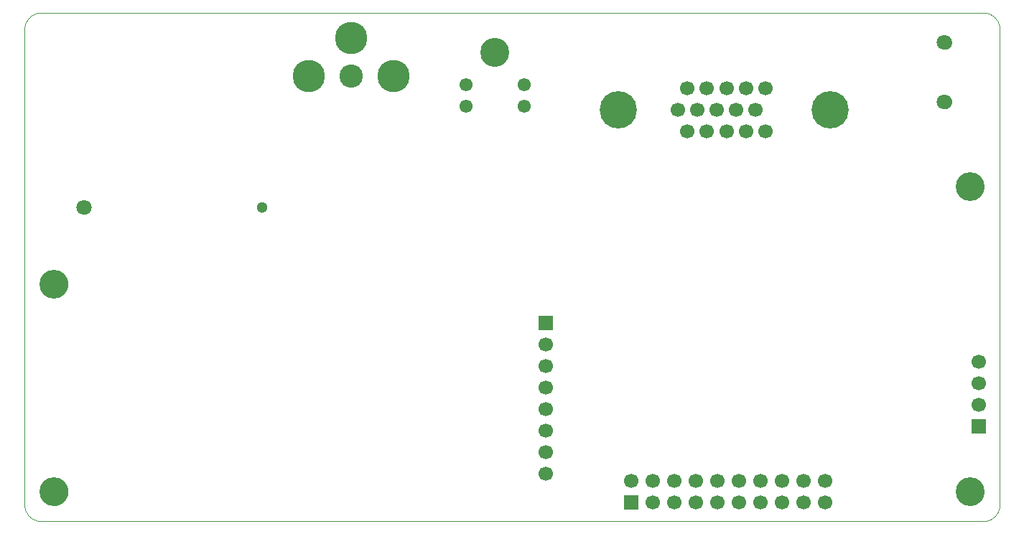
<source format=gbs>
G75*
%MOMM*%
%OFA0B0*%
%FSLAX33Y33*%
%IPPOS*%
%LPD*%
%AMOC8*
5,1,8,0,0,1.08239X$1,22.5*
%
%ADD10C,0.000*%
%ADD11C,3.400*%
%ADD12C,1.700*%
%ADD13R,1.700X1.700*%
%ADD14C,4.396*%
%ADD15C,3.816*%
%ADD16C,2.750*%
%ADD17C,1.800*%
%ADD18C,3.416*%
%ADD19C,1.550*%
%ADD20C,1.300*%
D10*
X02354Y00354D02*
X113354Y00354D01*
X113441Y00356D01*
X113528Y00362D01*
X113615Y00371D01*
X113701Y00384D01*
X113787Y00401D01*
X113872Y00422D01*
X113955Y00447D01*
X114038Y00475D01*
X114119Y00506D01*
X114199Y00541D01*
X114277Y00580D01*
X114354Y00622D01*
X114429Y00667D01*
X114501Y00716D01*
X114572Y00767D01*
X114640Y00822D01*
X114705Y00879D01*
X114768Y00940D01*
X114829Y01003D01*
X114886Y01068D01*
X114941Y01136D01*
X114992Y01207D01*
X115041Y01279D01*
X115086Y01354D01*
X115128Y01431D01*
X115167Y01509D01*
X115202Y01589D01*
X115233Y01670D01*
X115261Y01753D01*
X115286Y01836D01*
X115307Y01921D01*
X115324Y02007D01*
X115337Y02093D01*
X115346Y02180D01*
X115352Y02267D01*
X115354Y02354D01*
X115354Y58354D01*
X115352Y58441D01*
X115346Y58528D01*
X115337Y58615D01*
X115324Y58701D01*
X115307Y58787D01*
X115286Y58872D01*
X115261Y58955D01*
X115233Y59038D01*
X115202Y59119D01*
X115167Y59199D01*
X115128Y59277D01*
X115086Y59354D01*
X115041Y59429D01*
X114992Y59501D01*
X114941Y59572D01*
X114886Y59640D01*
X114829Y59705D01*
X114768Y59768D01*
X114705Y59829D01*
X114640Y59886D01*
X114572Y59941D01*
X114501Y59992D01*
X114429Y60041D01*
X114354Y60086D01*
X114277Y60128D01*
X114199Y60167D01*
X114119Y60202D01*
X114038Y60233D01*
X113955Y60261D01*
X113872Y60286D01*
X113787Y60307D01*
X113701Y60324D01*
X113615Y60337D01*
X113528Y60346D01*
X113441Y60352D01*
X113354Y60354D01*
X02354Y60354D01*
X02267Y60352D01*
X02180Y60346D01*
X02093Y60337D01*
X02007Y60324D01*
X01921Y60307D01*
X01836Y60286D01*
X01753Y60261D01*
X01670Y60233D01*
X01589Y60202D01*
X01509Y60167D01*
X01431Y60128D01*
X01354Y60086D01*
X01279Y60041D01*
X01207Y59992D01*
X01136Y59941D01*
X01068Y59886D01*
X01003Y59829D01*
X00940Y59768D01*
X00879Y59705D01*
X00822Y59640D01*
X00767Y59572D01*
X00716Y59501D01*
X00667Y59429D01*
X00622Y59354D01*
X00580Y59277D01*
X00541Y59199D01*
X00506Y59119D01*
X00475Y59038D01*
X00447Y58955D01*
X00422Y58872D01*
X00401Y58787D01*
X00384Y58701D01*
X00371Y58615D01*
X00362Y58528D01*
X00356Y58441D01*
X00354Y58354D01*
X00354Y02354D01*
X00356Y02267D01*
X00362Y02180D01*
X00371Y02093D01*
X00384Y02007D01*
X00401Y01921D01*
X00422Y01836D01*
X00447Y01753D01*
X00475Y01670D01*
X00506Y01589D01*
X00541Y01509D01*
X00580Y01431D01*
X00622Y01354D01*
X00667Y01279D01*
X00716Y01207D01*
X00767Y01136D01*
X00822Y01068D01*
X00879Y01003D01*
X00940Y00940D01*
X01003Y00879D01*
X01068Y00822D01*
X01136Y00767D01*
X01207Y00716D01*
X01279Y00667D01*
X01354Y00622D01*
X01431Y00580D01*
X01509Y00541D01*
X01589Y00506D01*
X01670Y00475D01*
X01753Y00447D01*
X01836Y00422D01*
X01921Y00401D01*
X02007Y00384D01*
X02093Y00371D01*
X02180Y00362D01*
X02267Y00356D01*
X02354Y00354D01*
X02254Y03854D02*
X02256Y03934D01*
X02262Y04013D01*
X02272Y04092D01*
X02286Y04171D01*
X02303Y04249D01*
X02325Y04326D01*
X02350Y04401D01*
X02380Y04475D01*
X02412Y04548D01*
X02449Y04619D01*
X02489Y04688D01*
X02532Y04755D01*
X02579Y04820D01*
X02628Y04882D01*
X02681Y04942D01*
X02737Y04999D01*
X02795Y05054D01*
X02856Y05105D01*
X02920Y05153D01*
X02986Y05198D01*
X03054Y05240D01*
X03124Y05278D01*
X03196Y05312D01*
X03269Y05343D01*
X03344Y05371D01*
X03421Y05394D01*
X03498Y05414D01*
X03576Y05430D01*
X03655Y05442D01*
X03734Y05450D01*
X03814Y05454D01*
X03894Y05454D01*
X03974Y05450D01*
X04053Y05442D01*
X04132Y05430D01*
X04210Y05414D01*
X04287Y05394D01*
X04364Y05371D01*
X04439Y05343D01*
X04512Y05312D01*
X04584Y05278D01*
X04654Y05240D01*
X04722Y05198D01*
X04788Y05153D01*
X04852Y05105D01*
X04913Y05054D01*
X04971Y04999D01*
X05027Y04942D01*
X05080Y04882D01*
X05129Y04820D01*
X05176Y04755D01*
X05219Y04688D01*
X05259Y04619D01*
X05296Y04548D01*
X05328Y04475D01*
X05358Y04401D01*
X05383Y04326D01*
X05405Y04249D01*
X05422Y04171D01*
X05436Y04092D01*
X05446Y04013D01*
X05452Y03934D01*
X05454Y03854D01*
X05452Y03774D01*
X05446Y03695D01*
X05436Y03616D01*
X05422Y03537D01*
X05405Y03459D01*
X05383Y03382D01*
X05358Y03307D01*
X05328Y03233D01*
X05296Y03160D01*
X05259Y03089D01*
X05219Y03020D01*
X05176Y02953D01*
X05129Y02888D01*
X05080Y02826D01*
X05027Y02766D01*
X04971Y02709D01*
X04913Y02654D01*
X04852Y02603D01*
X04788Y02555D01*
X04722Y02510D01*
X04654Y02468D01*
X04584Y02430D01*
X04512Y02396D01*
X04439Y02365D01*
X04364Y02337D01*
X04287Y02314D01*
X04210Y02294D01*
X04132Y02278D01*
X04053Y02266D01*
X03974Y02258D01*
X03894Y02254D01*
X03814Y02254D01*
X03734Y02258D01*
X03655Y02266D01*
X03576Y02278D01*
X03498Y02294D01*
X03421Y02314D01*
X03344Y02337D01*
X03269Y02365D01*
X03196Y02396D01*
X03124Y02430D01*
X03054Y02468D01*
X02986Y02510D01*
X02920Y02555D01*
X02856Y02603D01*
X02795Y02654D01*
X02737Y02709D01*
X02681Y02766D01*
X02628Y02826D01*
X02579Y02888D01*
X02532Y02953D01*
X02489Y03020D01*
X02449Y03089D01*
X02412Y03160D01*
X02380Y03233D01*
X02350Y03307D01*
X02325Y03382D01*
X02303Y03459D01*
X02286Y03537D01*
X02272Y03616D01*
X02262Y03695D01*
X02256Y03774D01*
X02254Y03854D01*
X02254Y28354D02*
X02256Y28434D01*
X02262Y28513D01*
X02272Y28592D01*
X02286Y28671D01*
X02303Y28749D01*
X02325Y28826D01*
X02350Y28901D01*
X02380Y28975D01*
X02412Y29048D01*
X02449Y29119D01*
X02489Y29188D01*
X02532Y29255D01*
X02579Y29320D01*
X02628Y29382D01*
X02681Y29442D01*
X02737Y29499D01*
X02795Y29554D01*
X02856Y29605D01*
X02920Y29653D01*
X02986Y29698D01*
X03054Y29740D01*
X03124Y29778D01*
X03196Y29812D01*
X03269Y29843D01*
X03344Y29871D01*
X03421Y29894D01*
X03498Y29914D01*
X03576Y29930D01*
X03655Y29942D01*
X03734Y29950D01*
X03814Y29954D01*
X03894Y29954D01*
X03974Y29950D01*
X04053Y29942D01*
X04132Y29930D01*
X04210Y29914D01*
X04287Y29894D01*
X04364Y29871D01*
X04439Y29843D01*
X04512Y29812D01*
X04584Y29778D01*
X04654Y29740D01*
X04722Y29698D01*
X04788Y29653D01*
X04852Y29605D01*
X04913Y29554D01*
X04971Y29499D01*
X05027Y29442D01*
X05080Y29382D01*
X05129Y29320D01*
X05176Y29255D01*
X05219Y29188D01*
X05259Y29119D01*
X05296Y29048D01*
X05328Y28975D01*
X05358Y28901D01*
X05383Y28826D01*
X05405Y28749D01*
X05422Y28671D01*
X05436Y28592D01*
X05446Y28513D01*
X05452Y28434D01*
X05454Y28354D01*
X05452Y28274D01*
X05446Y28195D01*
X05436Y28116D01*
X05422Y28037D01*
X05405Y27959D01*
X05383Y27882D01*
X05358Y27807D01*
X05328Y27733D01*
X05296Y27660D01*
X05259Y27589D01*
X05219Y27520D01*
X05176Y27453D01*
X05129Y27388D01*
X05080Y27326D01*
X05027Y27266D01*
X04971Y27209D01*
X04913Y27154D01*
X04852Y27103D01*
X04788Y27055D01*
X04722Y27010D01*
X04654Y26968D01*
X04584Y26930D01*
X04512Y26896D01*
X04439Y26865D01*
X04364Y26837D01*
X04287Y26814D01*
X04210Y26794D01*
X04132Y26778D01*
X04053Y26766D01*
X03974Y26758D01*
X03894Y26754D01*
X03814Y26754D01*
X03734Y26758D01*
X03655Y26766D01*
X03576Y26778D01*
X03498Y26794D01*
X03421Y26814D01*
X03344Y26837D01*
X03269Y26865D01*
X03196Y26896D01*
X03124Y26930D01*
X03054Y26968D01*
X02986Y27010D01*
X02920Y27055D01*
X02856Y27103D01*
X02795Y27154D01*
X02737Y27209D01*
X02681Y27266D01*
X02628Y27326D01*
X02579Y27388D01*
X02532Y27453D01*
X02489Y27520D01*
X02449Y27589D01*
X02412Y27660D01*
X02380Y27733D01*
X02350Y27807D01*
X02325Y27882D01*
X02303Y27959D01*
X02286Y28037D01*
X02272Y28116D01*
X02262Y28195D01*
X02256Y28274D01*
X02254Y28354D01*
X06554Y37404D02*
X06556Y37460D01*
X06562Y37517D01*
X06572Y37572D01*
X06586Y37627D01*
X06603Y37681D01*
X06625Y37733D01*
X06650Y37783D01*
X06678Y37832D01*
X06710Y37879D01*
X06745Y37923D01*
X06783Y37965D01*
X06824Y38004D01*
X06868Y38039D01*
X06914Y38072D01*
X06962Y38101D01*
X07012Y38127D01*
X07064Y38150D01*
X07118Y38168D01*
X07172Y38183D01*
X07227Y38194D01*
X07283Y38201D01*
X07340Y38204D01*
X07396Y38203D01*
X07453Y38198D01*
X07508Y38189D01*
X07563Y38176D01*
X07617Y38159D01*
X07670Y38139D01*
X07721Y38115D01*
X07770Y38087D01*
X07817Y38056D01*
X07862Y38022D01*
X07905Y37984D01*
X07944Y37944D01*
X07981Y37901D01*
X08014Y37856D01*
X08044Y37808D01*
X08071Y37758D01*
X08094Y37707D01*
X08114Y37654D01*
X08130Y37600D01*
X08142Y37544D01*
X08150Y37489D01*
X08154Y37432D01*
X08154Y37376D01*
X08150Y37319D01*
X08142Y37264D01*
X08130Y37208D01*
X08114Y37154D01*
X08094Y37101D01*
X08071Y37050D01*
X08044Y37000D01*
X08014Y36952D01*
X07981Y36907D01*
X07944Y36864D01*
X07905Y36824D01*
X07862Y36786D01*
X07817Y36752D01*
X07770Y36721D01*
X07721Y36693D01*
X07670Y36669D01*
X07617Y36649D01*
X07563Y36632D01*
X07508Y36619D01*
X07453Y36610D01*
X07396Y36605D01*
X07340Y36604D01*
X07283Y36607D01*
X07227Y36614D01*
X07172Y36625D01*
X07118Y36640D01*
X07064Y36658D01*
X07012Y36681D01*
X06962Y36707D01*
X06914Y36736D01*
X06868Y36769D01*
X06824Y36804D01*
X06783Y36843D01*
X06745Y36885D01*
X06710Y36929D01*
X06678Y36976D01*
X06650Y37025D01*
X06625Y37075D01*
X06603Y37127D01*
X06586Y37181D01*
X06572Y37236D01*
X06562Y37291D01*
X06556Y37348D01*
X06554Y37404D01*
X27804Y37404D02*
X27806Y37451D01*
X27812Y37497D01*
X27822Y37543D01*
X27835Y37587D01*
X27853Y37631D01*
X27874Y37672D01*
X27898Y37712D01*
X27926Y37750D01*
X27957Y37785D01*
X27991Y37817D01*
X28027Y37846D01*
X28066Y37872D01*
X28106Y37895D01*
X28149Y37914D01*
X28193Y37930D01*
X28238Y37942D01*
X28284Y37950D01*
X28331Y37954D01*
X28377Y37954D01*
X28424Y37950D01*
X28470Y37942D01*
X28515Y37930D01*
X28559Y37914D01*
X28602Y37895D01*
X28642Y37872D01*
X28681Y37846D01*
X28717Y37817D01*
X28751Y37785D01*
X28782Y37750D01*
X28810Y37712D01*
X28834Y37672D01*
X28855Y37631D01*
X28873Y37587D01*
X28886Y37543D01*
X28896Y37497D01*
X28902Y37451D01*
X28904Y37404D01*
X28902Y37357D01*
X28896Y37311D01*
X28886Y37265D01*
X28873Y37221D01*
X28855Y37177D01*
X28834Y37136D01*
X28810Y37096D01*
X28782Y37058D01*
X28751Y37023D01*
X28717Y36991D01*
X28681Y36962D01*
X28642Y36936D01*
X28602Y36913D01*
X28559Y36894D01*
X28515Y36878D01*
X28470Y36866D01*
X28424Y36858D01*
X28377Y36854D01*
X28331Y36854D01*
X28284Y36858D01*
X28238Y36866D01*
X28193Y36878D01*
X28149Y36894D01*
X28106Y36913D01*
X28066Y36936D01*
X28027Y36962D01*
X27991Y36991D01*
X27957Y37023D01*
X27926Y37058D01*
X27898Y37096D01*
X27874Y37136D01*
X27853Y37177D01*
X27835Y37221D01*
X27822Y37265D01*
X27812Y37311D01*
X27806Y37357D01*
X27804Y37404D01*
X108054Y49854D02*
X108056Y49910D01*
X108062Y49967D01*
X108072Y50022D01*
X108086Y50077D01*
X108103Y50131D01*
X108125Y50183D01*
X108150Y50233D01*
X108178Y50282D01*
X108210Y50329D01*
X108245Y50373D01*
X108283Y50415D01*
X108324Y50454D01*
X108368Y50489D01*
X108414Y50522D01*
X108462Y50551D01*
X108512Y50577D01*
X108564Y50600D01*
X108618Y50618D01*
X108672Y50633D01*
X108727Y50644D01*
X108783Y50651D01*
X108840Y50654D01*
X108896Y50653D01*
X108953Y50648D01*
X109008Y50639D01*
X109063Y50626D01*
X109117Y50609D01*
X109170Y50589D01*
X109221Y50565D01*
X109270Y50537D01*
X109317Y50506D01*
X109362Y50472D01*
X109405Y50434D01*
X109444Y50394D01*
X109481Y50351D01*
X109514Y50306D01*
X109544Y50258D01*
X109571Y50208D01*
X109594Y50157D01*
X109614Y50104D01*
X109630Y50050D01*
X109642Y49994D01*
X109650Y49939D01*
X109654Y49882D01*
X109654Y49826D01*
X109650Y49769D01*
X109642Y49714D01*
X109630Y49658D01*
X109614Y49604D01*
X109594Y49551D01*
X109571Y49500D01*
X109544Y49450D01*
X109514Y49402D01*
X109481Y49357D01*
X109444Y49314D01*
X109405Y49274D01*
X109362Y49236D01*
X109317Y49202D01*
X109270Y49171D01*
X109221Y49143D01*
X109170Y49119D01*
X109117Y49099D01*
X109063Y49082D01*
X109008Y49069D01*
X108953Y49060D01*
X108896Y49055D01*
X108840Y49054D01*
X108783Y49057D01*
X108727Y49064D01*
X108672Y49075D01*
X108618Y49090D01*
X108564Y49108D01*
X108512Y49131D01*
X108462Y49157D01*
X108414Y49186D01*
X108368Y49219D01*
X108324Y49254D01*
X108283Y49293D01*
X108245Y49335D01*
X108210Y49379D01*
X108178Y49426D01*
X108150Y49475D01*
X108125Y49525D01*
X108103Y49577D01*
X108086Y49631D01*
X108072Y49686D01*
X108062Y49741D01*
X108056Y49798D01*
X108054Y49854D01*
X108054Y56854D02*
X108056Y56910D01*
X108062Y56967D01*
X108072Y57022D01*
X108086Y57077D01*
X108103Y57131D01*
X108125Y57183D01*
X108150Y57233D01*
X108178Y57282D01*
X108210Y57329D01*
X108245Y57373D01*
X108283Y57415D01*
X108324Y57454D01*
X108368Y57489D01*
X108414Y57522D01*
X108462Y57551D01*
X108512Y57577D01*
X108564Y57600D01*
X108618Y57618D01*
X108672Y57633D01*
X108727Y57644D01*
X108783Y57651D01*
X108840Y57654D01*
X108896Y57653D01*
X108953Y57648D01*
X109008Y57639D01*
X109063Y57626D01*
X109117Y57609D01*
X109170Y57589D01*
X109221Y57565D01*
X109270Y57537D01*
X109317Y57506D01*
X109362Y57472D01*
X109405Y57434D01*
X109444Y57394D01*
X109481Y57351D01*
X109514Y57306D01*
X109544Y57258D01*
X109571Y57208D01*
X109594Y57157D01*
X109614Y57104D01*
X109630Y57050D01*
X109642Y56994D01*
X109650Y56939D01*
X109654Y56882D01*
X109654Y56826D01*
X109650Y56769D01*
X109642Y56714D01*
X109630Y56658D01*
X109614Y56604D01*
X109594Y56551D01*
X109571Y56500D01*
X109544Y56450D01*
X109514Y56402D01*
X109481Y56357D01*
X109444Y56314D01*
X109405Y56274D01*
X109362Y56236D01*
X109317Y56202D01*
X109270Y56171D01*
X109221Y56143D01*
X109170Y56119D01*
X109117Y56099D01*
X109063Y56082D01*
X109008Y56069D01*
X108953Y56060D01*
X108896Y56055D01*
X108840Y56054D01*
X108783Y56057D01*
X108727Y56064D01*
X108672Y56075D01*
X108618Y56090D01*
X108564Y56108D01*
X108512Y56131D01*
X108462Y56157D01*
X108414Y56186D01*
X108368Y56219D01*
X108324Y56254D01*
X108283Y56293D01*
X108245Y56335D01*
X108210Y56379D01*
X108178Y56426D01*
X108150Y56475D01*
X108125Y56525D01*
X108103Y56577D01*
X108086Y56631D01*
X108072Y56686D01*
X108062Y56741D01*
X108056Y56798D01*
X108054Y56854D01*
X110254Y39854D02*
X110256Y39934D01*
X110262Y40013D01*
X110272Y40092D01*
X110286Y40171D01*
X110303Y40249D01*
X110325Y40326D01*
X110350Y40401D01*
X110380Y40475D01*
X110412Y40548D01*
X110449Y40619D01*
X110489Y40688D01*
X110532Y40755D01*
X110579Y40820D01*
X110628Y40882D01*
X110681Y40942D01*
X110737Y40999D01*
X110795Y41054D01*
X110856Y41105D01*
X110920Y41153D01*
X110986Y41198D01*
X111054Y41240D01*
X111124Y41278D01*
X111196Y41312D01*
X111269Y41343D01*
X111344Y41371D01*
X111421Y41394D01*
X111498Y41414D01*
X111576Y41430D01*
X111655Y41442D01*
X111734Y41450D01*
X111814Y41454D01*
X111894Y41454D01*
X111974Y41450D01*
X112053Y41442D01*
X112132Y41430D01*
X112210Y41414D01*
X112287Y41394D01*
X112364Y41371D01*
X112439Y41343D01*
X112512Y41312D01*
X112584Y41278D01*
X112654Y41240D01*
X112722Y41198D01*
X112788Y41153D01*
X112852Y41105D01*
X112913Y41054D01*
X112971Y40999D01*
X113027Y40942D01*
X113080Y40882D01*
X113129Y40820D01*
X113176Y40755D01*
X113219Y40688D01*
X113259Y40619D01*
X113296Y40548D01*
X113328Y40475D01*
X113358Y40401D01*
X113383Y40326D01*
X113405Y40249D01*
X113422Y40171D01*
X113436Y40092D01*
X113446Y40013D01*
X113452Y39934D01*
X113454Y39854D01*
X113452Y39774D01*
X113446Y39695D01*
X113436Y39616D01*
X113422Y39537D01*
X113405Y39459D01*
X113383Y39382D01*
X113358Y39307D01*
X113328Y39233D01*
X113296Y39160D01*
X113259Y39089D01*
X113219Y39020D01*
X113176Y38953D01*
X113129Y38888D01*
X113080Y38826D01*
X113027Y38766D01*
X112971Y38709D01*
X112913Y38654D01*
X112852Y38603D01*
X112788Y38555D01*
X112722Y38510D01*
X112654Y38468D01*
X112584Y38430D01*
X112512Y38396D01*
X112439Y38365D01*
X112364Y38337D01*
X112287Y38314D01*
X112210Y38294D01*
X112132Y38278D01*
X112053Y38266D01*
X111974Y38258D01*
X111894Y38254D01*
X111814Y38254D01*
X111734Y38258D01*
X111655Y38266D01*
X111576Y38278D01*
X111498Y38294D01*
X111421Y38314D01*
X111344Y38337D01*
X111269Y38365D01*
X111196Y38396D01*
X111124Y38430D01*
X111054Y38468D01*
X110986Y38510D01*
X110920Y38555D01*
X110856Y38603D01*
X110795Y38654D01*
X110737Y38709D01*
X110681Y38766D01*
X110628Y38826D01*
X110579Y38888D01*
X110532Y38953D01*
X110489Y39020D01*
X110449Y39089D01*
X110412Y39160D01*
X110380Y39233D01*
X110350Y39307D01*
X110325Y39382D01*
X110303Y39459D01*
X110286Y39537D01*
X110272Y39616D01*
X110262Y39695D01*
X110256Y39774D01*
X110254Y39854D01*
X110254Y03854D02*
X110256Y03934D01*
X110262Y04013D01*
X110272Y04092D01*
X110286Y04171D01*
X110303Y04249D01*
X110325Y04326D01*
X110350Y04401D01*
X110380Y04475D01*
X110412Y04548D01*
X110449Y04619D01*
X110489Y04688D01*
X110532Y04755D01*
X110579Y04820D01*
X110628Y04882D01*
X110681Y04942D01*
X110737Y04999D01*
X110795Y05054D01*
X110856Y05105D01*
X110920Y05153D01*
X110986Y05198D01*
X111054Y05240D01*
X111124Y05278D01*
X111196Y05312D01*
X111269Y05343D01*
X111344Y05371D01*
X111421Y05394D01*
X111498Y05414D01*
X111576Y05430D01*
X111655Y05442D01*
X111734Y05450D01*
X111814Y05454D01*
X111894Y05454D01*
X111974Y05450D01*
X112053Y05442D01*
X112132Y05430D01*
X112210Y05414D01*
X112287Y05394D01*
X112364Y05371D01*
X112439Y05343D01*
X112512Y05312D01*
X112584Y05278D01*
X112654Y05240D01*
X112722Y05198D01*
X112788Y05153D01*
X112852Y05105D01*
X112913Y05054D01*
X112971Y04999D01*
X113027Y04942D01*
X113080Y04882D01*
X113129Y04820D01*
X113176Y04755D01*
X113219Y04688D01*
X113259Y04619D01*
X113296Y04548D01*
X113328Y04475D01*
X113358Y04401D01*
X113383Y04326D01*
X113405Y04249D01*
X113422Y04171D01*
X113436Y04092D01*
X113446Y04013D01*
X113452Y03934D01*
X113454Y03854D01*
X113452Y03774D01*
X113446Y03695D01*
X113436Y03616D01*
X113422Y03537D01*
X113405Y03459D01*
X113383Y03382D01*
X113358Y03307D01*
X113328Y03233D01*
X113296Y03160D01*
X113259Y03089D01*
X113219Y03020D01*
X113176Y02953D01*
X113129Y02888D01*
X113080Y02826D01*
X113027Y02766D01*
X112971Y02709D01*
X112913Y02654D01*
X112852Y02603D01*
X112788Y02555D01*
X112722Y02510D01*
X112654Y02468D01*
X112584Y02430D01*
X112512Y02396D01*
X112439Y02365D01*
X112364Y02337D01*
X112287Y02314D01*
X112210Y02294D01*
X112132Y02278D01*
X112053Y02266D01*
X111974Y02258D01*
X111894Y02254D01*
X111814Y02254D01*
X111734Y02258D01*
X111655Y02266D01*
X111576Y02278D01*
X111498Y02294D01*
X111421Y02314D01*
X111344Y02337D01*
X111269Y02365D01*
X111196Y02396D01*
X111124Y02430D01*
X111054Y02468D01*
X110986Y02510D01*
X110920Y02555D01*
X110856Y02603D01*
X110795Y02654D01*
X110737Y02709D01*
X110681Y02766D01*
X110628Y02826D01*
X110579Y02888D01*
X110532Y02953D01*
X110489Y03020D01*
X110449Y03089D01*
X110412Y03160D01*
X110380Y03233D01*
X110350Y03307D01*
X110325Y03382D01*
X110303Y03459D01*
X110286Y03537D01*
X110272Y03616D01*
X110262Y03695D01*
X110256Y03774D01*
X110254Y03854D01*
D11*
X111854Y03854D03*
X111854Y39854D03*
X03854Y28354D03*
X03854Y03854D03*
D12*
X61854Y05964D03*
X61854Y08504D03*
X61854Y11044D03*
X61854Y13584D03*
X61854Y16124D03*
X61854Y18664D03*
X61854Y21204D03*
X71924Y05124D03*
X74464Y05124D03*
X77004Y05124D03*
X79544Y05124D03*
X82084Y05124D03*
X82084Y02584D03*
X79544Y02584D03*
X77004Y02584D03*
X74464Y02584D03*
X84624Y02584D03*
X87164Y02584D03*
X89704Y02584D03*
X92244Y02584D03*
X94784Y02584D03*
X94784Y05124D03*
X92244Y05124D03*
X89704Y05124D03*
X87164Y05124D03*
X84624Y05124D03*
X112854Y14084D03*
X112854Y16624D03*
X112854Y19164D03*
X87699Y46384D03*
X85409Y46384D03*
X83119Y46384D03*
X80829Y46384D03*
X78539Y46384D03*
X77399Y48924D03*
X79689Y48924D03*
X81979Y48924D03*
X84269Y48924D03*
X86559Y48924D03*
X87699Y51464D03*
X85409Y51464D03*
X83119Y51464D03*
X80829Y51464D03*
X78539Y51464D03*
D13*
X61854Y23744D03*
X71924Y02584D03*
X112854Y11544D03*
D14*
X95349Y48924D03*
X70359Y48924D03*
D15*
X43854Y52854D03*
X38854Y57354D03*
X33854Y52854D03*
D16*
X38854Y52854D03*
D17*
X07354Y37404D03*
X108854Y49854D03*
X108854Y56854D03*
D18*
X55854Y55654D03*
D19*
X52454Y51854D03*
X52454Y49354D03*
X59254Y49354D03*
X59254Y51854D03*
D20*
X28354Y37404D03*
M02*

</source>
